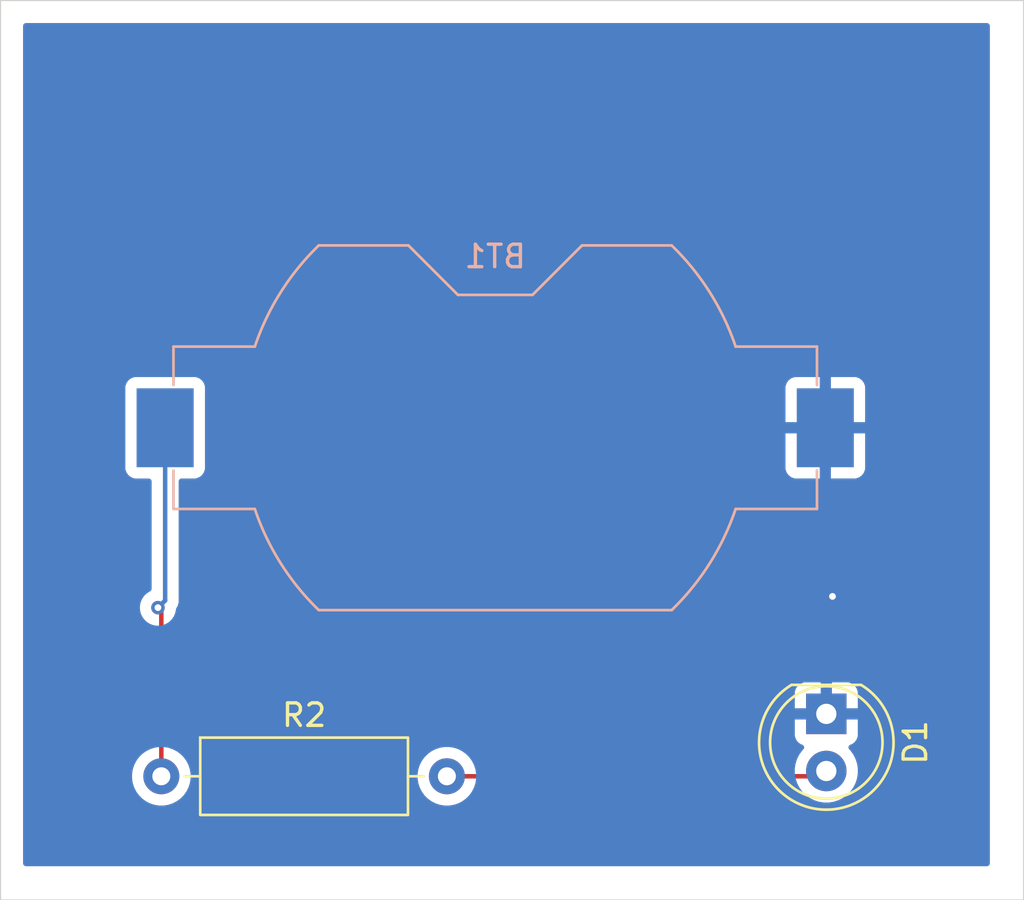
<source format=kicad_pcb>
(kicad_pcb (version 20241229) (generator "pcbnew") (generator_version "9.0")
  (title_block (title "EjerciciEjercicio 1 Microcred Prototipado UEx 2025") (company "La mia"))
  (layers (0 "F.Cu" signal) (2 "B.Cu" signal) (13 "F.Paste" user) (15 "B.Paste" user) (5 "F.SilkS" user "F.Silkscreen") (7 "B.SilkS" user "B.Silkscreen") (1 "F.Mask" user) (3 "B.Mask" user) (25 "Edge.Cuts" user))
  (net 0 "")
  (net 1 "GND")
  (net 2 "VCC")
  (net 3 "Net-(D1-A)")
  (footprint "LED_THT:LED_D5.0mm" (layer "F.Cu") (at 150.725 97.725 -90)
    (property "Reference" "D1" (at 1.27 -3.96 90) (layer "F.SilkS"))
    (property "Value" "red")
    (fp_line (start -1.29 -1.545) (end -1.29 1.545) (stroke (width 0.12)) (layer "F.SilkS"))
    (fp_arc (start 4.26 0) (mid 2.071779 2.880495) (end -1.29 1.54483) (stroke (width 0.12)) (layer "F.SilkS"))
    (fp_arc (start -1.29 -1.54483) (mid 2.071779 -2.880495) (end 4.26 0) (stroke (width 0.12)) (layer "F.SilkS"))
    (fp_circle (center 1.27 0) (end 3.77 0) (stroke (width 0.12)) (fill no) (layer "F.SilkS"))
    (pad "1" thru_hole rect (at 0 0 270) (size 1.8 1.8) (drill 0.9) (layers "*.Cu" "*.Mask") (net 1 "GND"))
    (pad "2" thru_hole circle (at 2.54 0 270) (size 1.8 1.8) (drill 0.9) (layers "*.Cu" "*.Mask") (net 3 "Net-(D1-A)"))
  )
  (footprint "Resistor_THT:R_Axial_DIN0309_L9.0mm_D3.2mm_P12.70mm_Horizontal" (layer "F.Cu") (at 121.15 100.5)
    (property "Reference" "R2" (at 6.35 -2.72 0) (layer "F.SilkS"))
    (property "Value" "1k")
    (fp_line (start 1.04 0) (end 1.73 0) (stroke (width 0.12)) (layer "F.SilkS"))
    (fp_line (start 11.66 0) (end 10.97 0) (stroke (width 0.12)) (layer "F.SilkS"))
    (fp_rect (start 1.73 -1.72) (end 10.97 1.72) (stroke (width 0.12)) (fill no) (layer "F.SilkS"))
    (pad "1" thru_hole circle (at 0 0) (size 1.6 1.6) (drill 0.8) (layers "*.Cu" "*.Mask") (net 2 "VCC"))
    (pad "2" thru_hole circle (at 12.7 0) (size 1.6 1.6) (drill 0.8) (layers "*.Cu" "*.Mask") (net 3 "Net-(D1-A)"))
  )
  (footprint "Battery:BatteryHolder_Keystone_1058_1x2032" (layer "B.Cu") (at 136 85)
    (property "Reference" "BT1" (at 0 -7.62 0) (layer "B.SilkS") (effects (justify mirror)))
    (property "Value" "3V")
    (fp_line (start -14.31 -1.9) (end -14.31 -3.61) (stroke (width 0.12)) (layer "B.SilkS"))
    (fp_line (start -14.31 1.9) (end -14.31 3.61) (stroke (width 0.12)) (layer "B.SilkS"))
    (fp_line (start -14.31 3.61) (end -10.692 3.61) (stroke (width 0.12)) (layer "B.SilkS"))
    (fp_line (start -10.692 -3.61) (end -14.31 -3.61) (stroke (width 0.12)) (layer "B.SilkS"))
    (fp_line (start -7.8473 8.11) (end 7.8473 8.11) (stroke (width 0.12)) (layer "B.SilkS"))
    (fp_line (start -3.86 -8.11) (end -7.8473 -8.11) (stroke (width 0.12)) (layer "B.SilkS"))
    (fp_line (start -1.66 -5.91) (end -3.86 -8.11) (stroke (width 0.12)) (layer "B.SilkS"))
    (fp_line (start 1.66 -5.91) (end -1.66 -5.91) (stroke (width 0.12)) (layer "B.SilkS"))
    (fp_line (start 1.66 -5.91) (end 3.86 -8.11) (stroke (width 0.12)) (layer "B.SilkS"))
    (fp_line (start 7.8473 -8.11) (end 3.86 -8.11) (stroke (width 0.12)) (layer "B.SilkS"))
    (fp_line (start 10.692 3.61) (end 14.31 3.61) (stroke (width 0.12)) (layer "B.SilkS"))
    (fp_line (start 14.31 -3.61) (end 10.692 -3.61) (stroke (width 0.12)) (layer "B.SilkS"))
    (fp_line (start 14.31 -1.9) (end 14.31 -3.61) (stroke (width 0.12)) (layer "B.SilkS"))
    (fp_line (start 14.31 1.9) (end 14.31 3.61) (stroke (width 0.12)) (layer "B.SilkS"))
    (fp_arc (start -10.692 -3.61) (mid -9.538085 -6.031245) (end -7.845371 -8.111789) (stroke (width 0.12)) (layer "B.SilkS"))
    (fp_arc (start -7.845371 8.111789) (mid -9.538084 6.031244) (end -10.692 3.61) (stroke (width 0.12)) (layer "B.SilkS"))
    (fp_arc (start 7.845371 -8.111789) (mid 9.538084 -6.031244) (end 10.692 -3.61) (stroke (width 0.12)) (layer "B.SilkS"))
    (fp_arc (start 10.692 3.61) (mid 9.538084 6.031244) (end 7.845371 8.111789) (stroke (width 0.12)) (layer "B.SilkS"))
    (pad "1" smd rect (at -14.68 0) (size 2.54 3.51) (layers "B.Cu" "B.Mask" "B.Paste") (net 2 "VCC"))
    (pad "2" smd rect (at 14.68 0) (size 2.54 3.51) (layers "B.Cu" "B.Mask" "B.Paste") (net 1 "GND"))
  )
  (gr_rect (start 114 66) (end 159.5 106) (stroke (width 0.05)) (fill no) (layer "Edge.Cuts"))
  (segment (start 150.725 97.725) (end 150.725 92.775) (width 0.2) (layer "F.Cu") (net 1))
  (segment (start 150.725 92.775) (end 151 92.5) (width 0.2) (layer "F.Cu") (net 1))
  (via (at 151 92.5) (size 0.6) (drill 0.3) (layers "F.Cu" "B.Cu") (net 1))
  (segment (start 151 92.5) (end 150.68 92.18) (width 0.2) (layer "B.Cu") (net 1))
  (segment (start 150.68 92.18) (end 150.68 85) (width 0.2) (layer "B.Cu") (net 1))
  (segment (start 121.15 93.15) (end 121 93) (width 0.2) (layer "F.Cu") (net 2))
  (segment (start 121.15 100.5) (end 121.15 93.15) (width 0.2) (layer "F.Cu") (net 2))
  (via (at 121 93) (size 0.6) (drill 0.3) (layers "F.Cu" "B.Cu") (net 2))
  (segment (start 121.32 92.68) (end 121.32 85) (width 0.2) (layer "B.Cu") (net 2))
  (segment (start 121 93) (end 121.32 92.68) (width 0.2) (layer "B.Cu") (net 2))
  (segment (start 150.49 100.5) (end 150.725 100.265) (width 0.2) (layer "F.Cu") (net 3))
  (segment (start 133.85 100.5) (end 150.49 100.5) (width 0.2) (layer "F.Cu") (net 3))
  (zone (net 1) (net_name "GND") (layer "B.Cu") (connect_pads (clearance 0.5)) (min_thickness 0.25) (fill yes (thermal_gap 0.5) (thermal_bridge_width 0.5))
    (polygon (pts (xy 115 67) (xy 158 67) (xy 158 104.5) (xy 115 104.5)))
  )
)
</source>
